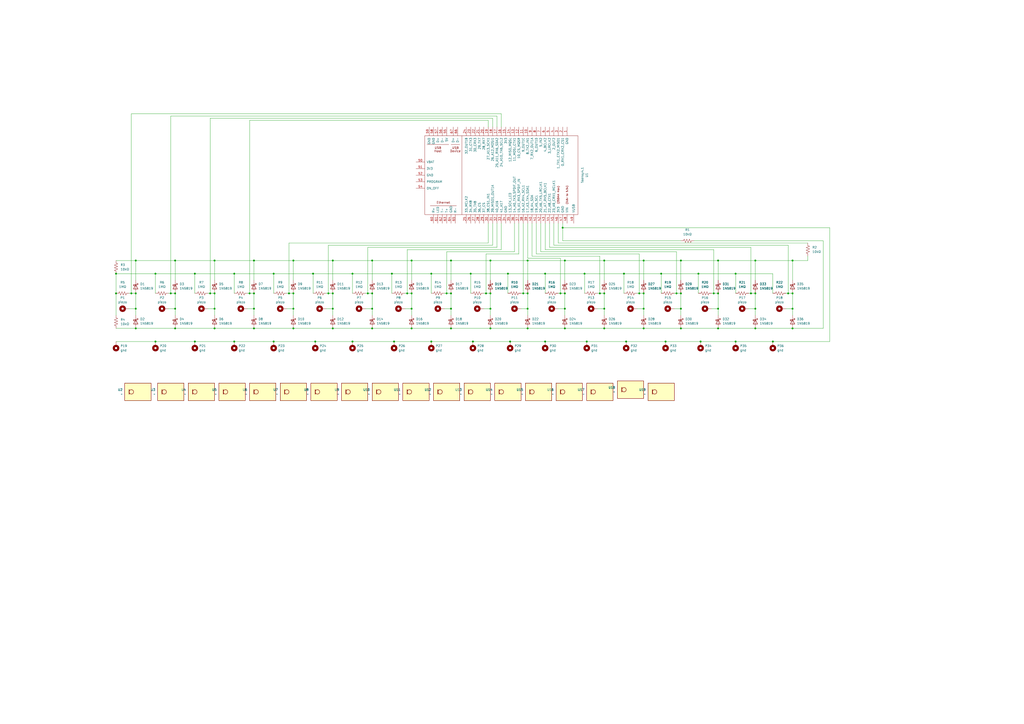
<source format=kicad_sch>
(kicad_sch (version 20231120) (generator "eeschema") (generator_version "8.0")
  (paper "A2")
  (junction (at 158.75 198.12))
  (junction (at 438.15 179.07))
  (junction (at 350.52 190.5))
  (junction (at 306.07 170.18))
  (junction (at 67.31 158.75))
  (junction (at 204.47 198.12))
  (junction (at 327.66 190.5))
  (junction (at 170.18 179.07))
  (junction (at 121.92 170.18))
  (junction (at 350.52 179.07))
  (junction (at 78.74 179.07))
  (junction (at 459.74 190.5))
  (junction (at 236.22 170.18))
  (junction (at 350.52 151.13))
  (junction (at 170.18 170.18))
  (junction (at 435.61 170.18))
  (junction (at 316.23 158.75))
  (junction (at 405.13 158.75))
  (junction (at 78.74 190.5))
  (junction (at 124.46 190.5))
  (junction (at 426.72 198.12))
  (junction (at 316.23 198.12))
  (junction (at 294.64 158.75))
  (junction (at 170.18 190.5))
  (junction (at 414.02 170.18))
  (junction (at 90.17 158.75))
  (junction (at 274.32 198.12))
  (junction (at 416.56 151.13))
  (junction (at 113.03 198.12))
  (junction (at 284.48 170.18))
  (junction (at 347.98 170.18))
  (junction (at 78.74 151.13))
  (junction (at 327.66 151.13))
  (junction (at 426.72 158.75))
  (junction (at 259.08 170.18))
  (junction (at 459.74 151.13))
  (junction (at 325.12 170.18))
  (junction (at 306.07 190.5))
  (junction (at 193.04 151.13))
  (junction (at 459.74 170.18))
  (junction (at 147.32 190.5))
  (junction (at 373.38 179.07))
  (junction (at 238.76 190.5))
  (junction (at 261.62 190.5))
  (junction (at 101.6 170.18))
  (junction (at 361.95 158.75))
  (junction (at 386.08 198.12))
  (junction (at 193.04 190.5))
  (junction (at 339.09 158.75))
  (junction (at 373.38 190.5))
  (junction (at 448.31 198.12))
  (junction (at 238.76 179.07))
  (junction (at 101.6 190.5))
  (junction (at 124.46 179.07))
  (junction (at 261.62 170.18))
  (junction (at 438.15 170.18))
  (junction (at 327.66 179.07))
  (junction (at 373.38 151.13))
  (junction (at 383.54 158.75))
  (junction (at 144.78 170.18))
  (junction (at 147.32 170.18))
  (junction (at 193.04 170.18))
  (junction (at 227.33 158.75))
  (junction (at 167.64 170.18))
  (junction (at 438.15 190.5))
  (junction (at 76.2 170.18))
  (junction (at 193.04 179.07))
  (junction (at 182.88 198.12))
  (junction (at 370.84 170.18))
  (junction (at 340.36 198.12))
  (junction (at 190.5 170.18))
  (junction (at 113.03 158.75))
  (junction (at 350.52 170.18))
  (junction (at 67.31 170.18))
  (junction (at 215.9 179.07))
  (junction (at 261.62 179.07))
  (junction (at 99.06 170.18))
  (junction (at 406.4 198.12))
  (junction (at 204.47 158.75))
  (junction (at 158.75 158.75))
  (junction (at 284.48 151.13))
  (junction (at 228.6 198.12))
  (junction (at 416.56 190.5))
  (junction (at 459.74 179.07))
  (junction (at 416.56 170.18))
  (junction (at 135.89 158.75))
  (junction (at 261.62 151.13))
  (junction (at 147.32 151.13))
  (junction (at 101.6 151.13))
  (junction (at 213.36 170.18))
  (junction (at 394.97 190.5))
  (junction (at 327.66 170.18))
  (junction (at 394.97 170.18))
  (junction (at 438.15 151.13))
  (junction (at 394.97 179.07))
  (junction (at 170.18 151.13))
  (junction (at 181.61 158.75))
  (junction (at 215.9 151.13))
  (junction (at 306.07 151.13))
  (junction (at 238.76 170.18))
  (junction (at 281.94 170.18))
  (junction (at 135.89 198.12))
  (junction (at 124.46 151.13))
  (junction (at 416.56 179.07))
  (junction (at 101.6 179.07))
  (junction (at 273.05 158.75))
  (junction (at 303.53 170.18))
  (junction (at 373.38 170.18))
  (junction (at 250.19 198.12))
  (junction (at 215.9 170.18))
  (junction (at 215.9 190.5))
  (junction (at 457.2 170.18))
  (junction (at 284.48 190.5))
  (junction (at 284.48 179.07))
  (junction (at 124.46 170.18))
  (junction (at 306.07 179.07))
  (junction (at 392.43 170.18))
  (junction (at 78.74 170.18))
  (junction (at 363.22 198.12))
  (junction (at 326.39 132.08))
  (junction (at 295.91 198.12))
  (junction (at 250.19 158.75))
  (junction (at 147.32 179.07))
  (junction (at 394.97 151.13))
  (junction (at 90.17 198.12))
  (junction (at 238.76 151.13))
  (wire (pts (xy 391.16 179.07) (xy 394.97 179.07)))
  (wire (pts (xy 316.23 129.54) (xy 316.23 144.78)))
  (wire (pts (xy 144.78 170.18) (xy 147.32 170.18)))
  (wire (pts (xy 193.04 190.5) (xy 215.9 190.5)))
  (wire (pts (xy 316.23 198.12) (xy 340.36 198.12)))
  (wire (pts (xy 394.97 151.13) (xy 394.97 162.56)))
  (wire (pts (xy 339.09 158.75) (xy 339.09 170.18)))
  (wire (pts (xy 438.15 190.5) (xy 459.74 190.5)))
  (wire (pts (xy 158.75 198.12) (xy 182.88 198.12)))
  (wire (pts (xy 455.93 179.07) (xy 459.74 179.07)))
  (wire (pts (xy 350.52 151.13) (xy 373.38 151.13)))
  (wire (pts (xy 298.45 129.54) (xy 298.45 146.05)))
  (wire (pts (xy 323.85 129.54) (xy 323.85 140.97)))
  (wire (pts (xy 76.2 66.04) (xy 76.2 170.18)))
  (wire (pts (xy 99.06 67.31) (xy 288.29 67.31)))
  (wire (pts (xy 124.46 179.07) (xy 124.46 182.88)))
  (wire (pts (xy 326.39 132.08) (xy 326.39 139.7)))
  (wire (pts (xy 204.47 158.75) (xy 204.47 170.18)))
  (wire (pts (xy 193.04 179.07) (xy 193.04 182.88)))
  (wire (pts (xy 170.18 190.5) (xy 193.04 190.5)))
  (wire (pts (xy 361.95 158.75) (xy 383.54 158.75)))
  (wire (pts (xy 67.31 158.75) (xy 67.31 170.18)))
  (wire (pts (xy 67.31 190.5) (xy 78.74 190.5)))
  (wire (pts (xy 405.13 158.75) (xy 426.72 158.75)))
  (wire (pts (xy 236.22 144.78) (xy 236.22 170.18)))
  (wire (pts (xy 124.46 170.18) (xy 124.46 179.07)))
  (wire (pts (xy 274.32 198.12) (xy 295.91 198.12)))
  (wire (pts (xy 170.18 151.13) (xy 193.04 151.13)))
  (wire (pts (xy 227.33 158.75) (xy 227.33 170.18)))
  (wire (pts (xy 394.97 190.5) (xy 416.56 190.5)))
  (wire (pts (xy 213.36 143.51) (xy 213.36 170.18)))
  (wire (pts (xy 167.64 170.18) (xy 170.18 170.18)))
  (wire (pts (xy 101.6 170.18) (xy 101.6 179.07)))
  (wire (pts (xy 316.23 158.75) (xy 316.23 170.18)))
  (wire (pts (xy 280.67 170.18) (xy 281.94 170.18)))
  (wire (pts (xy 350.52 190.5) (xy 373.38 190.5)))
  (wire (pts (xy 147.32 151.13) (xy 170.18 151.13)))
  (wire (pts (xy 303.53 170.18) (xy 306.07 170.18)))
  (wire (pts (xy 448.31 198.12) (xy 481.33 198.12)))
  (wire (pts (xy 250.19 158.75) (xy 250.19 170.18)))
  (wire (pts (xy 215.9 170.18) (xy 215.9 179.07)))
  (wire (pts (xy 386.08 198.12) (xy 406.4 198.12)))
  (wire (pts (xy 238.76 179.07) (xy 238.76 182.88)))
  (wire (pts (xy 414.02 144.78) (xy 316.23 144.78)))
  (wire (pts (xy 350.52 151.13) (xy 350.52 162.56)))
  (wire (pts (xy 416.56 170.18) (xy 416.56 179.07)))
  (wire (pts (xy 67.31 170.18) (xy 67.31 182.88)))
  (wire (pts (xy 321.31 129.54) (xy 321.31 142.24)))
  (wire (pts (xy 350.52 170.18) (xy 350.52 179.07)))
  (wire (pts (xy 250.19 198.12) (xy 274.32 198.12)))
  (wire (pts (xy 434.34 179.07) (xy 438.15 179.07)))
  (wire (pts (xy 346.71 170.18) (xy 347.98 170.18)))
  (wire (pts (xy 313.69 146.05) (xy 392.43 146.05)))
  (wire (pts (xy 74.93 179.07) (xy 78.74 179.07)))
  (wire (pts (xy 97.79 170.18) (xy 99.06 170.18)))
  (wire (pts (xy 227.33 158.75) (xy 250.19 158.75)))
  (wire (pts (xy 477.52 139.7) (xy 477.52 190.5)))
  (wire (pts (xy 101.6 151.13) (xy 101.6 162.56)))
  (wire (pts (xy 238.76 151.13) (xy 238.76 162.56)))
  (wire (pts (xy 435.61 143.51) (xy 435.61 170.18)))
  (wire (pts (xy 215.9 190.5) (xy 238.76 190.5)))
  (wire (pts (xy 326.39 129.54) (xy 326.39 132.08)))
  (wire (pts (xy 99.06 67.31) (xy 99.06 170.18)))
  (wire (pts (xy 213.36 170.18) (xy 215.9 170.18)))
  (wire (pts (xy 78.74 179.07) (xy 78.74 182.88)))
  (wire (pts (xy 373.38 179.07) (xy 373.38 182.88)))
  (wire (pts (xy 120.65 179.07) (xy 124.46 179.07)))
  (wire (pts (xy 394.97 179.07) (xy 394.97 182.88)))
  (wire (pts (xy 280.67 179.07) (xy 284.48 179.07)))
  (wire (pts (xy 394.97 139.7) (xy 326.39 139.7)))
  (wire (pts (xy 327.66 170.18) (xy 327.66 179.07)))
  (wire (pts (xy 147.32 151.13) (xy 147.32 162.56)))
  (wire (pts (xy 190.5 142.24) (xy 285.75 142.24)))
  (wire (pts (xy 392.43 170.18) (xy 394.97 170.18)))
  (wire (pts (xy 284.48 179.07) (xy 284.48 182.88)))
  (wire (pts (xy 306.07 151.13) (xy 306.07 162.56)))
  (wire (pts (xy 438.15 151.13) (xy 459.74 151.13)))
  (wire (pts (xy 285.75 129.54) (xy 285.75 142.24)))
  (wire (pts (xy 350.52 179.07) (xy 350.52 182.88)))
  (wire (pts (xy 90.17 158.75) (xy 113.03 158.75)))
  (wire (pts (xy 204.47 198.12) (xy 228.6 198.12)))
  (wire (pts (xy 438.15 151.13) (xy 438.15 162.56)))
  (wire (pts (xy 294.64 158.75) (xy 316.23 158.75)))
  (wire (pts (xy 259.08 146.05) (xy 259.08 170.18)))
  (wire (pts (xy 257.81 170.18) (xy 259.08 170.18)))
  (wire (pts (xy 370.84 170.18) (xy 373.38 170.18)))
  (wire (pts (xy 459.74 151.13) (xy 468.63 151.13)))
  (wire (pts (xy 300.99 147.32) (xy 281.94 147.32)))
  (wire (pts (xy 124.46 190.5) (xy 147.32 190.5)))
  (wire (pts (xy 250.19 158.75) (xy 273.05 158.75)))
  (wire (pts (xy 306.07 170.18) (xy 306.07 179.07)))
  (wire (pts (xy 302.26 179.07) (xy 306.07 179.07)))
  (wire (pts (xy 101.6 151.13) (xy 124.46 151.13)))
  (wire (pts (xy 306.07 129.54) (xy 306.07 149.86)))
  (wire (pts (xy 284.48 151.13) (xy 284.48 162.56)))
  (wire (pts (xy 193.04 151.13) (xy 193.04 162.56)))
  (wire (pts (xy 306.07 179.07) (xy 306.07 182.88)))
  (wire (pts (xy 236.22 144.78) (xy 290.83 144.78)))
  (wire (pts (xy 303.53 129.54) (xy 303.53 170.18)))
  (wire (pts (xy 294.64 158.75) (xy 294.64 170.18)))
  (wire (pts (xy 167.64 140.97) (xy 167.64 170.18)))
  (wire (pts (xy 215.9 151.13) (xy 215.9 162.56)))
  (wire (pts (xy 416.56 179.07) (xy 416.56 182.88)))
  (wire (pts (xy 346.71 179.07) (xy 350.52 179.07)))
  (wire (pts (xy 261.62 170.18) (xy 261.62 179.07)))
  (wire (pts (xy 182.88 198.12) (xy 204.47 198.12)))
  (wire (pts (xy 406.4 198.12) (xy 426.72 198.12)))
  (wire (pts (xy 434.34 170.18) (xy 435.61 170.18)))
  (wire (pts (xy 285.75 73.66) (xy 285.75 68.58)))
  (wire (pts (xy 283.21 69.85) (xy 144.78 69.85)))
  (wire (pts (xy 438.15 179.07) (xy 438.15 182.88)))
  (wire (pts (xy 318.77 129.54) (xy 318.77 143.51)))
  (wire (pts (xy 383.54 158.75) (xy 405.13 158.75)))
  (wire (pts (xy 394.97 170.18) (xy 394.97 179.07)))
  (wire (pts (xy 373.38 151.13) (xy 373.38 162.56)))
  (wire (pts (xy 394.97 151.13) (xy 416.56 151.13)))
  (wire (pts (xy 215.9 151.13) (xy 238.76 151.13)))
  (wire (pts (xy 234.95 179.07) (xy 238.76 179.07)))
  (wire (pts (xy 290.83 66.04) (xy 290.83 73.66)))
  (wire (pts (xy 99.06 170.18) (xy 101.6 170.18)))
  (wire (pts (xy 212.09 179.07) (xy 215.9 179.07)))
  (wire (pts (xy 189.23 170.18) (xy 190.5 170.18)))
  (wire (pts (xy 302.26 170.18) (xy 303.53 170.18)))
  (wire (pts (xy 97.79 179.07) (xy 101.6 179.07)))
  (wire (pts (xy 259.08 170.18) (xy 261.62 170.18)))
  (wire (pts (xy 135.89 158.75) (xy 135.89 170.18)))
  (wire (pts (xy 78.74 151.13) (xy 101.6 151.13)))
  (wire (pts (xy 283.21 129.54) (xy 283.21 140.97)))
  (wire (pts (xy 67.31 151.13) (xy 78.74 151.13)))
  (wire (pts (xy 78.74 170.18) (xy 78.74 179.07)))
  (wire (pts (xy 166.37 179.07) (xy 170.18 179.07)))
  (wire (pts (xy 113.03 158.75) (xy 135.89 158.75)))
  (wire (pts (xy 135.89 158.75) (xy 158.75 158.75)))
  (wire (pts (xy 90.17 198.12) (xy 113.03 198.12)))
  (wire (pts (xy 283.21 69.85) (xy 283.21 73.66)))
  (wire (pts (xy 189.23 179.07) (xy 193.04 179.07)))
  (wire (pts (xy 323.85 179.07) (xy 327.66 179.07)))
  (wire (pts (xy 190.5 170.18) (xy 193.04 170.18)))
  (wire (pts (xy 290.83 129.54) (xy 290.83 144.78)))
  (wire (pts (xy 325.12 149.86) (xy 306.07 149.86)))
  (wire (pts (xy 238.76 151.13) (xy 261.62 151.13)))
  (wire (pts (xy 147.32 190.5) (xy 170.18 190.5)))
  (wire (pts (xy 113.03 198.12) (xy 135.89 198.12)))
  (wire (pts (xy 193.04 170.18) (xy 193.04 179.07)))
  (wire (pts (xy 285.75 68.58) (xy 121.92 68.58)))
  (wire (pts (xy 300.99 129.54) (xy 300.99 147.32)))
  (wire (pts (xy 120.65 170.18) (xy 121.92 170.18)))
  (wire (pts (xy 323.85 170.18) (xy 325.12 170.18)))
  (wire (pts (xy 373.38 151.13) (xy 394.97 151.13)))
  (wire (pts (xy 402.59 139.7) (xy 477.52 139.7)))
  (wire (pts (xy 412.75 179.07) (xy 416.56 179.07)))
  (wire (pts (xy 481.33 132.08) (xy 481.33 198.12)))
  (wire (pts (xy 121.92 170.18) (xy 124.46 170.18)))
  (wire (pts (xy 273.05 158.75) (xy 294.64 158.75)))
  (wire (pts (xy 113.03 158.75) (xy 113.03 170.18)))
  (wire (pts (xy 306.07 190.5) (xy 327.66 190.5)))
  (wire (pts (xy 468.63 140.97) (xy 323.85 140.97)))
  (wire (pts (xy 193.04 151.13) (xy 215.9 151.13)))
  (wire (pts (xy 339.09 158.75) (xy 361.95 158.75)))
  (wire (pts (xy 468.63 148.59) (xy 468.63 151.13)))
  (wire (pts (xy 327.66 151.13) (xy 350.52 151.13)))
  (wire (pts (xy 74.93 170.18) (xy 76.2 170.18)))
  (wire (pts (xy 121.92 68.58) (xy 121.92 170.18)))
  (wire (pts (xy 234.95 170.18) (xy 236.22 170.18)))
  (wire (pts (xy 90.17 158.75) (xy 90.17 170.18)))
  (wire (pts (xy 370.84 147.32) (xy 370.84 170.18)))
  (wire (pts (xy 261.62 190.5) (xy 284.48 190.5)))
  (wire (pts (xy 306.07 151.13) (xy 327.66 151.13)))
  (wire (pts (xy 143.51 179.07) (xy 147.32 179.07)))
  (wire (pts (xy 347.98 148.59) (xy 308.61 148.59)))
  (wire (pts (xy 67.31 198.12) (xy 90.17 198.12)))
  (wire (pts (xy 170.18 170.18) (xy 170.18 179.07)))
  (wire (pts (xy 361.95 158.75) (xy 361.95 170.18)))
  (wire (pts (xy 459.74 151.13) (xy 459.74 162.56)))
  (wire (pts (xy 284.48 190.5) (xy 306.07 190.5)))
  (wire (pts (xy 438.15 170.18) (xy 438.15 179.07)))
  (wire (pts (xy 281.94 170.18) (xy 284.48 170.18)))
  (wire (pts (xy 261.62 151.13) (xy 261.62 162.56)))
  (wire (pts (xy 416.56 190.5) (xy 438.15 190.5)))
  (wire (pts (xy 204.47 158.75) (xy 227.33 158.75)))
  (wire (pts (xy 170.18 179.07) (xy 170.18 182.88)))
  (wire (pts (xy 236.22 170.18) (xy 238.76 170.18)))
  (wire (pts (xy 426.72 158.75) (xy 448.31 158.75)))
  (wire (pts (xy 167.64 140.97) (xy 283.21 140.97)))
  (wire (pts (xy 392.43 146.05) (xy 392.43 170.18)))
  (wire (pts (xy 325.12 149.86) (xy 325.12 170.18)))
  (wire (pts (xy 313.69 129.54) (xy 313.69 146.05)))
  (wire (pts (xy 373.38 190.5) (xy 394.97 190.5)))
  (wire (pts (xy 311.15 129.54) (xy 311.15 147.32)))
  (wire (pts (xy 457.2 142.24) (xy 321.31 142.24)))
  (wire (pts (xy 459.74 190.5) (xy 477.52 190.5)))
  (wire (pts (xy 298.45 146.05) (xy 259.08 146.05)))
  (wire (pts (xy 326.39 132.08) (xy 481.33 132.08)))
  (wire (pts (xy 316.23 158.75) (xy 339.09 158.75)))
  (wire (pts (xy 414.02 170.18) (xy 416.56 170.18)))
  (wire (pts (xy 383.54 158.75) (xy 383.54 170.18)))
  (wire (pts (xy 284.48 151.13) (xy 306.07 151.13)))
  (wire (pts (xy 228.6 198.12) (xy 250.19 198.12)))
  (wire (pts (xy 284.48 170.18) (xy 284.48 179.07)))
  (wire (pts (xy 426.72 198.12) (xy 448.31 198.12)))
  (wire (pts (xy 147.32 170.18) (xy 147.32 179.07)))
  (wire (pts (xy 76.2 170.18) (xy 78.74 170.18)))
  (wire (pts (xy 457.2 142.24) (xy 457.2 170.18)))
  (wire (pts (xy 363.22 198.12) (xy 386.08 198.12)))
  (wire (pts (xy 181.61 158.75) (xy 204.47 158.75)))
  (wire (pts (xy 190.5 142.24) (xy 190.5 170.18)))
  (wire (pts (xy 238.76 170.18) (xy 238.76 179.07)))
  (wire (pts (xy 435.61 143.51) (xy 318.77 143.51)))
  (wire (pts (xy 170.18 151.13) (xy 170.18 162.56)))
  (wire (pts (xy 391.16 170.18) (xy 392.43 170.18)))
  (wire (pts (xy 144.78 69.85) (xy 144.78 170.18)))
  (wire (pts (xy 78.74 151.13) (xy 78.74 162.56)))
  (wire (pts (xy 290.83 66.04) (xy 76.2 66.04)))
  (wire (pts (xy 412.75 170.18) (xy 414.02 170.18)))
  (wire (pts (xy 340.36 198.12) (xy 363.22 198.12)))
  (wire (pts (xy 101.6 190.5) (xy 124.46 190.5)))
  (wire (pts (xy 327.66 151.13) (xy 327.66 162.56)))
  (wire (pts (xy 257.81 179.07) (xy 261.62 179.07)))
  (wire (pts (xy 213.36 143.51) (xy 288.29 143.51)))
  (wire (pts (xy 369.57 170.18) (xy 370.84 170.18)))
  (wire (pts (xy 273.05 158.75) (xy 273.05 170.18)))
  (wire (pts (xy 455.93 170.18) (xy 457.2 170.18)))
  (wire (pts (xy 457.2 170.18) (xy 459.74 170.18)))
  (wire (pts (xy 288.29 67.31) (xy 288.29 73.66)))
  (wire (pts (xy 261.62 179.07) (xy 261.62 182.88)))
  (wire (pts (xy 261.62 151.13) (xy 284.48 151.13)))
  (wire (pts (xy 459.74 170.18) (xy 459.74 179.07)))
  (wire (pts (xy 78.74 190.5) (xy 101.6 190.5)))
  (wire (pts (xy 158.75 158.75) (xy 181.61 158.75)))
  (wire (pts (xy 158.75 158.75) (xy 158.75 170.18)))
  (wire (pts (xy 215.9 179.07) (xy 215.9 182.88)))
  (wire (pts (xy 347.98 148.59) (xy 347.98 170.18)))
  (wire (pts (xy 101.6 179.07) (xy 101.6 182.88)))
  (wire (pts (xy 311.15 147.32) (xy 370.84 147.32)))
  (wire (pts (xy 288.29 129.54) (xy 288.29 143.51)))
  (wire (pts (xy 459.74 179.07) (xy 459.74 182.88)))
  (wire (pts (xy 166.37 170.18) (xy 167.64 170.18)))
  (wire (pts (xy 143.51 170.18) (xy 144.78 170.18)))
  (wire (pts (xy 435.61 170.18) (xy 438.15 170.18)))
  (wire (pts (xy 327.66 190.5) (xy 350.52 190.5)))
  (wire (pts (xy 347.98 170.18) (xy 350.52 170.18)))
  (wire (pts (xy 416.56 151.13) (xy 438.15 151.13)))
  (wire (pts (xy 426.72 158.75) (xy 426.72 170.18)))
  (wire (pts (xy 124.46 151.13) (xy 124.46 162.56)))
  (wire (pts (xy 448.31 158.75) (xy 448.31 170.18)))
  (wire (pts (xy 67.31 158.75) (xy 90.17 158.75)))
  (wire (pts (xy 369.57 179.07) (xy 373.38 179.07)))
  (wire (pts (xy 325.12 170.18) (xy 327.66 170.18)))
  (wire (pts (xy 416.56 151.13) (xy 416.56 162.56)))
  (wire (pts (xy 147.32 179.07) (xy 147.32 182.88)))
  (wire (pts (xy 295.91 198.12) (xy 316.23 198.12)))
  (wire (pts (xy 212.09 170.18) (xy 213.36 170.18)))
  (wire (pts (xy 414.02 144.78) (xy 414.02 170.18)))
  (wire (pts (xy 405.13 158.75) (xy 405.13 170.18)))
  (wire (pts (xy 135.89 198.12) (xy 158.75 198.12)))
  (wire (pts (xy 124.46 151.13) (xy 147.32 151.13)))
  (wire (pts (xy 327.66 179.07) (xy 327.66 182.88)))
  (wire (pts (xy 308.61 148.59) (xy 308.61 129.54)))
  (wire (pts (xy 373.38 170.18) (xy 373.38 179.07)))
  (wire (pts (xy 238.76 190.5) (xy 261.62 190.5)))
  (wire (pts (xy 281.94 147.32) (xy 281.94 170.18)))
  (wire (pts (xy 181.61 158.75) (xy 181.61 170.18)))
  (symbol (lib_id "Device:R_US") (at 231.14 170.18 270) (unit 1)
    (property "Reference" "R13" (at 231.14 163.83 90))
    (property "Value" "1MΩ" (at 231.14 166.37 90))
    (property "Footprint" "Resistor_THT:R_Axial_DIN0207_L6.3mm_D2.5mm_P7.62mm_Horizontal" (effects (hide yes)))
    (property "Description" "Resistor, US symbol" (effects (hide yes)))
  )
  (symbol (lib_id "Diode:1N5819") (at 101.6 166.37 270) (unit 1)
    (property "Reference" "D3" (at 104.14 164.7824 90) (effects (justify left)))
    (property "Value" "1N5819" (at 104.14 167.3224 90) (effects (justify left)))
    (property "Footprint" "Diode_THT:D_DO-41_SOD81_P10.16mm_Horizontal" (effects (hide yes)))
    (property "Datasheet" "http://www.vishay.com/docs/88525/1n5817.pdf" (effects (hide yes)))
    (property "Description" "40V 1A Schottky Barrier Rectifier Diode, DO-41" (effects (hide yes)))
  )
  (symbol (lib_id "Diode:1N5819") (at 215.9 186.69 270) (unit 1)
    (property "Reference" "D14" (at 218.44 185.1024 90) (effects (justify left)))
    (property "Value" "1N5819" (at 218.44 187.6424 90) (effects (justify left)))
    (property "Footprint" "Diode_THT:D_DO-41_SOD81_P10.16mm_Horizontal" (effects (hide yes)))
    (property "Datasheet" "http://www.vishay.com/docs/88525/1n5817.pdf" (effects (hide yes)))
    (property "Description" "40V 1A Schottky Barrier Rectifier Diode, DO-41" (effects (hide yes)))
  )
  (symbol (lib_id "Diode:1N5819") (at 78.74 166.37 270) (unit 1)
    (property "Reference" "D1" (at 81.28 164.7824 90) (effects (justify left)))
    (property "Value" "1N5819" (at 81.28 167.3224 90) (effects (justify left)))
    (property "Footprint" "Diode_THT:D_DO-41_SOD81_P10.16mm_Horizontal" (effects (hide yes)))
    (property "Datasheet" "http://www.vishay.com/docs/88525/1n5817.pdf" (effects (hide yes)))
    (property "Description" "40V 1A Schottky Barrier Rectifier Diode, DO-41" (effects (hide yes)))
  )
  (symbol (lib_id "Diode:1N5819") (at 215.9 166.37 270) (unit 1)
    (property "Reference" "D13" (at 218.44 164.7824 90) (effects (justify left)))
    (property "Value" "1N5819" (at 218.44 167.3224 90) (effects (justify left)))
    (property "Footprint" "Diode_THT:D_DO-41_SOD81_P10.16mm_Horizontal" (effects (hide yes)))
    (property "Datasheet" "http://www.vishay.com/docs/88525/1n5817.pdf" (effects (hide yes)))
    (property "Description" "40V 1A Schottky Barrier Rectifier Diode, DO-41" (effects (hide yes)))
  )
  (symbol (lib_id "Diode:1N5819") (at 459.74 186.69 270) (unit 1)
    (property "Reference" "D36" (at 462.28 185.1024 90) (effects (justify left)))
    (property "Value" "1N5819" (at 462.28 187.6424 90) (effects (justify left)))
    (property "Footprint" "Diode_THT:D_DO-41_SOD81_P10.16mm_Horizontal" (effects (hide yes)))
    (property "Datasheet" "http://www.vishay.com/docs/88525/1n5817.pdf" (effects (hide yes)))
    (property "Description" "40V 1A Schottky Barrier Rectifier Diode, DO-41" (effects (hide yes)))
  )
  (symbol (lib_id "Diode:1N5819") (at 170.18 186.69 270) (unit 1)
    (property "Reference" "D10" (at 172.72 185.1024 90) (effects (justify left)))
    (property "Value" "1N5819" (at 172.72 187.6424 90) (effects (justify left)))
    (property "Footprint" "Diode_THT:D_DO-41_SOD81_P10.16mm_Horizontal" (effects (hide yes)))
    (property "Datasheet" "http://www.vishay.com/docs/88525/1n5817.pdf" (effects (hide yes)))
    (property "Description" "40V 1A Schottky Barrier Rectifier Diode, DO-41" (effects (hide yes)))
  )
  (symbol (lib_id "Sensor_Audio:IM73A135V01") (at 330.2 227.33 0) (unit 1)
    (property "Reference" "U16" (at 321.31 226.0599 0) (effects (justify right)))
    (property "Value" "~" (at 321.31 228.5999 0) (effects (justify right)))
    (property "Footprint" "Sensor_Audio:Knowles_LGA-6_4.72x3.76mm" (effects (hide yes)))
  )
  (symbol (lib_id "Diode:1N5819") (at 416.56 166.37 270) (unit 1)
    (property "Reference" "D31" (at 419.1 164.7824 90) (effects (justify left)))
    (property "Value" "1N5819" (at 419.1 167.3224 90) (effects (justify left)))
    (property "Footprint" "Diode_THT:D_DO-41_SOD81_P10.16mm_Horizontal" (effects (hide yes)))
    (property "Datasheet" "http://www.vishay.com/docs/88525/1n5817.pdf" (effects (hide yes)))
    (property "Description" "40V 1A Schottky Barrier Rectifier Diode, DO-41" (effects (hide yes)))
  )
  (symbol (lib_id "Mechanical:MountingHole_Pad") (at 118.11 179.07 90) (unit 1) (exclude_from_sim yes) (in_bom no)
    (property "Reference" "P3" (at 116.84 172.72 90))
    (property "Value" "piezo" (at 116.84 175.26 90))
    (property "Footprint" "MountingHole:MountingHole_0.5mm_M2_DIN965_Pad" (effects (hide yes)))
    (property "Description" "Mounting Hole with connection" (effects (hide yes)))
  )
  (symbol (lib_id "Mechanical:MountingHole_Pad") (at 274.32 200.66 180) (unit 1) (exclude_from_sim yes) (in_bom no)
    (property "Reference" "P28" (at 276.86 200.6599 0) (effects (justify right)))
    (property "Value" "gnd" (at 276.86 203.1999 0) (effects (justify right)))
    (property "Footprint" "MountingHole:MountingHole_0.5mm_M2_DIN965_Pad" (effects (hide yes)))
    (property "Description" "Mounting Hole with connection" (effects (hide yes)))
  )
  (symbol (lib_id "Diode:1N5819") (at 124.46 186.69 270) (unit 1)
    (property "Reference" "D6" (at 127 185.1024 90) (effects (justify left)))
    (property "Value" "1N5819" (at 127 187.6424 90) (effects (justify left)))
    (property "Footprint" "Diode_THT:D_DO-41_SOD81_P10.16mm_Horizontal" (effects (hide yes)))
    (property "Datasheet" "http://www.vishay.com/docs/88525/1n5817.pdf" (effects (hide yes)))
    (property "Description" "40V 1A Schottky Barrier Rectifier Diode, DO-41" (effects (hide yes)))
  )
  (symbol (lib_id "Device:R_US") (at 67.31 154.94 0) (unit 1)
    (property "Reference" "R3" (at 69.85 153.6699 0) (effects (justify left)))
    (property "Value" "10kΩ" (at 69.85 156.2099 0) (effects (justify left)))
    (property "Footprint" "Resistor_THT:R_Axial_DIN0207_L6.3mm_D2.5mm_P7.62mm_Horizontal" (effects (hide yes)))
    (property "Description" "Resistor, US symbol" (effects (hide yes)))
  )
  (symbol (lib_id "Mechanical:MountingHole_Pad") (at 344.17 179.07 90) (unit 1) (exclude_from_sim yes) (in_bom no)
    (property "Reference" "P13" (at 342.9 172.72 90))
    (property "Value" "piezo" (at 342.9 175.26 90))
    (property "Footprint" "MountingHole:MountingHole_0.5mm_M2_DIN965_Pad" (effects (hide yes)))
    (property "Description" "Mounting Hole with connection" (effects (hide yes)))
  )
  (symbol (lib_id "Mechanical:MountingHole_Pad") (at 209.55 179.07 90) (unit 1) (exclude_from_sim yes) (in_bom no)
    (property "Reference" "P7" (at 208.28 172.72 90))
    (property "Value" "piezo" (at 208.28 175.26 90))
    (property "Footprint" "MountingHole:MountingHole_0.5mm_M2_DIN965_Pad" (effects (hide yes)))
    (property "Description" "Mounting Hole with connection" (effects (hide yes)))
  )
  (symbol (lib_id "Device:R_US") (at 387.35 170.18 270) (unit 1)
    (property "Reference" "R19" (at 387.35 163.83 90))
    (property "Value" "1MΩ" (at 387.35 166.37 90))
    (property "Footprint" "Resistor_THT:R_Axial_DIN0207_L6.3mm_D2.5mm_P7.62mm_Horizontal" (effects (hide yes)))
    (property "Description" "Resistor, US symbol" (effects (hide yes)))
  )
  (symbol (lib_id "Diode:1N5819") (at 124.46 166.37 270) (unit 1)
    (property "Reference" "D5" (at 127 164.7824 90) (effects (justify left)))
    (property "Value" "1N5819" (at 127 167.3224 90) (effects (justify left)))
    (property "Footprint" "Diode_THT:D_DO-41_SOD81_P10.16mm_Horizontal" (effects (hide yes)))
    (property "Datasheet" "http://www.vishay.com/docs/88525/1n5817.pdf" (effects (hide yes)))
    (property "Description" "40V 1A Schottky Barrier Rectifier Diode, DO-41" (effects (hide yes)))
  )
  (symbol (lib_id "Mechanical:MountingHole_Pad") (at 204.47 200.66 180) (unit 1) (exclude_from_sim yes) (in_bom no)
    (property "Reference" "P25" (at 207.01 200.6599 0) (effects (justify right)))
    (property "Value" "gnd" (at 207.01 203.1999 0) (effects (justify right)))
    (property "Footprint" "MountingHole:MountingHole_0.5mm_M2_DIN965_Pad" (effects (hide yes)))
    (property "Description" "Mounting Hole with connection" (effects (hide yes)))
  )
  (symbol (lib_id "Mechanical:MountingHole_Pad") (at 426.72 200.66 180) (unit 1) (exclude_from_sim yes) (in_bom no)
    (property "Reference" "P35" (at 429.26 200.6599 0) (effects (justify right)))
    (property "Value" "gnd" (at 429.26 203.1999 0) (effects (justify right)))
    (property "Footprint" "MountingHole:MountingHole_0.5mm_M2_DIN965_Pad" (effects (hide yes)))
    (property "Description" "Mounting Hole with connection" (effects (hide yes)))
  )
  (symbol (lib_id "Mechanical:MountingHole_Pad") (at 386.08 200.66 180) (unit 1) (exclude_from_sim yes) (in_bom no)
    (property "Reference" "P33" (at 388.62 200.6599 0) (effects (justify right)))
    (property "Value" "gnd" (at 388.62 203.1999 0) (effects (justify right)))
    (property "Footprint" "MountingHole:MountingHole_0.5mm_M2_DIN965_Pad" (effects (hide yes)))
    (property "Description" "Mounting Hole with connection" (effects (hide yes)))
  )
  (symbol (lib_id "Device:R_US") (at 342.9 170.18 270) (unit 1)
    (property "Reference" "R17" (at 342.9 163.83 90))
    (property "Value" "1MΩ" (at 342.9 166.37 90))
    (property "Footprint" "Resistor_THT:R_Axial_DIN0207_L6.3mm_D2.5mm_P7.62mm_Horizontal" (effects (hide yes)))
    (property "Description" "Resistor, US symbol" (effects (hide yes)))
  )
  (symbol (lib_id "Diode:1N5819") (at 306.07 186.69 270) (unit 1)
    (property "Reference" "D22" (at 308.61 185.1024 90) (effects (justify left)))
    (property "Value" "1N5819" (at 308.61 187.6424 90) (effects (justify left)))
    (property "Footprint" "Diode_THT:D_DO-41_SOD81_P10.16mm_Horizontal" (effects (hide yes)))
    (property "Datasheet" "http://www.vishay.com/docs/88525/1n5817.pdf" (effects (hide yes)))
    (property "Description" "40V 1A Schottky Barrier Rectifier Diode, DO-41" (effects (hide yes)))
  )
  (symbol (lib_id "Mechanical:MountingHole_Pad") (at 228.6 200.66 180) (unit 1) (exclude_from_sim yes) (in_bom no)
    (property "Reference" "P26" (at 231.14 200.6599 0) (effects (justify right)))
    (property "Value" "gnd" (at 231.14 203.1999 0) (effects (justify right)))
    (property "Footprint" "MountingHole:MountingHole_0.5mm_M2_DIN965_Pad" (effects (hide yes)))
    (property "Description" "Mounting Hole with connection" (effects (hide yes)))
  )
  (symbol (lib_id "Mechanical:MountingHole_Pad") (at 95.25 179.07 90) (unit 1) (exclude_from_sim yes) (in_bom no)
    (property "Reference" "P2" (at 93.98 172.72 90))
    (property "Value" "piezo" (at 93.98 175.26 90))
    (property "Footprint" "MountingHole:MountingHole_0.5mm_M2_DIN965_Pad" (effects (hide yes)))
    (property "Description" "Mounting Hole with connection" (effects (hide yes)))
  )
  (symbol (lib_id "Device:R_US") (at 468.63 144.78 0) (unit 1)
    (property "Reference" "R2" (at 471.17 143.5099 0) (effects (justify left)))
    (property "Value" "10kΩ" (at 471.17 146.0499 0) (effects (justify left)))
    (property "Footprint" "Resistor_THT:R_Axial_DIN0207_L6.3mm_D2.5mm_P7.62mm_Horizontal" (effects (hide yes)))
    (property "Description" "Resistor, US symbol" (effects (hide yes)))
  )
  (symbol (lib_id "Device:R_US") (at 298.45 170.18 270) (unit 1)
    (property "Reference" "R10" (at 298.45 163.83 90))
    (property "Value" "1MΩ" (at 298.45 166.37 90))
    (property "Footprint" "Resistor_THT:R_Axial_DIN0207_L6.3mm_D2.5mm_P7.62mm_Horizontal" (effects (hide yes)))
    (property "Description" "Resistor, US symbol" (effects (hide yes)))
  )
  (symbol (lib_id "Device:R_US") (at 93.98 170.18 270) (unit 1)
    (property "Reference" "R6" (at 93.98 163.83 90))
    (property "Value" "1MΩ" (at 93.98 166.37 90))
    (property "Footprint" "Resistor_THT:R_Axial_DIN0207_L6.3mm_D2.5mm_P7.62mm_Horizontal" (effects (hide yes)))
    (property "Description" "Resistor, US symbol" (effects (hide yes)))
  )
  (symbol (lib_id "Mechanical:MountingHole_Pad") (at 388.62 179.07 90) (unit 1) (exclude_from_sim yes) (in_bom no)
    (property "Reference" "P15" (at 387.35 172.72 90))
    (property "Value" "piezo" (at 387.35 175.26 90))
    (property "Footprint" "MountingHole:MountingHole_0.5mm_M2_DIN965_Pad" (effects (hide yes)))
    (property "Description" "Mounting Hole with connection" (effects (hide yes)))
  )
  (symbol (lib_id "Diode:1N5819") (at 438.15 166.37 270) (unit 1)
    (property "Reference" "D33" (at 440.69 164.7824 90) (effects (justify left)))
    (property "Value" "1N5819" (at 440.69 167.3224 90) (effects (justify left)))
    (property "Footprint" "Diode_THT:D_DO-41_SOD81_P10.16mm_Horizontal" (effects (hide yes)))
    (property "Datasheet" "http://www.vishay.com/docs/88525/1n5817.pdf" (effects (hide yes)))
    (property "Description" "40V 1A Schottky Barrier Rectifier Diode, DO-41" (effects (hide yes)))
  )
  (symbol (lib_id "Diode:1N5819") (at 78.74 186.69 270) (unit 1)
    (property "Reference" "D2" (at 81.28 185.1024 90) (effects (justify left)))
    (property "Value" "1N5819" (at 81.28 187.6424 90) (effects (justify left)))
    (property "Footprint" "Diode_THT:D_DO-41_SOD81_P10.16mm_Horizontal" (effects (hide yes)))
    (property "Datasheet" "http://www.vishay.com/docs/88525/1n5817.pdf" (effects (hide yes)))
    (property "Description" "40V 1A Schottky Barrier Rectifier Diode, DO-41" (effects (hide yes)))
  )
  (symbol (lib_id "Sensor_Audio:IM73A135V01") (at 116.84 227.33 0) (unit 1)
    (property "Reference" "U4" (at 107.95 226.0599 0) (effects (justify right)))
    (property "Value" "~" (at 107.95 228.5999 0) (effects (justify right)))
    (property "Footprint" "Sensor_Audio:Knowles_LGA-6_4.72x3.76mm" (effects (hide yes)))
  )
  (symbol (lib_id "Diode:1N5819") (at 350.52 186.69 270) (unit 1)
    (property "Reference" "D26" (at 353.06 185.1024 90) (effects (justify left)))
    (property "Value" "1N5819" (at 353.06 187.6424 90) (effects (justify left)))
    (property "Footprint" "Diode_THT:D_DO-41_SOD81_P10.16mm_Horizontal" (effects (hide yes)))
    (property "Datasheet" "http://www.vishay.com/docs/88525/1n5817.pdf" (effects (hide yes)))
    (property "Description" "40V 1A Schottky Barrier Rectifier Diode, DO-41" (effects (hide yes)))
  )
  (symbol (lib_id "Diode:1N5819") (at 350.52 166.37 270) (unit 1)
    (property "Reference" "D25" (at 353.06 164.7824 90) (effects (justify left)))
    (property "Value" "1N5819" (at 353.06 167.3224 90) (effects (justify left)))
    (property "Footprint" "Diode_THT:D_DO-41_SOD81_P10.16mm_Horizontal" (effects (hide yes)))
    (property "Datasheet" "http://www.vishay.com/docs/88525/1n5817.pdf" (effects (hide yes)))
    (property "Description" "40V 1A Schottky Barrier Rectifier Diode, DO-41" (effects (hide yes)))
  )
  (symbol (lib_id "Sensor_Audio:IM73A135V01") (at 152.4 227.33 0) (unit 1)
    (property "Reference" "U6" (at 143.51 226.0599 0) (effects (justify right)))
    (property "Value" "~" (at 143.51 228.5999 0) (effects (justify right)))
    (property "Footprint" "Sensor_Audio:Knowles_LGA-6_4.72x3.76mm" (effects (hide yes)))
  )
  (symbol (lib_id "Sensor_Audio:IM73A135V01") (at 312.42 227.33 0) (unit 1)
    (property "Reference" "U15" (at 303.53 226.0599 0) (effects (justify right)))
    (property "Value" "~" (at 303.53 228.5999 0) (effects (justify right)))
    (property "Footprint" "Sensor_Audio:Knowles_LGA-6_4.72x3.76mm" (effects (hide yes)))
  )
  (symbol (lib_id "Mechanical:MountingHole_Pad") (at 113.03 200.66 180) (unit 1) (exclude_from_sim yes) (in_bom no)
    (property "Reference" "P21" (at 115.57 200.6599 0) (effects (justify right)))
    (property "Value" "gnd" (at 115.57 203.1999 0) (effects (justify right)))
    (property "Footprint" "MountingHole:MountingHole_0.5mm_M2_DIN965_Pad" (effects (hide yes)))
    (property "Description" "Mounting Hole with connection" (effects (hide yes)))
  )
  (symbol (lib_id "Device:R_US") (at 116.84 170.18 270) (unit 1)
    (property "Reference" "R7" (at 116.84 163.83 90))
    (property "Value" "1MΩ" (at 116.84 166.37 90))
    (property "Footprint" "Resistor_THT:R_Axial_DIN0207_L6.3mm_D2.5mm_P7.62mm_Horizontal" (effects (hide yes)))
    (property "Description" "Resistor, US symbol" (effects (hide yes)))
  )
  (symbol (lib_id "Mechanical:MountingHole_Pad") (at 72.39 179.07 90) (unit 1) (exclude_from_sim yes) (in_bom no)
    (property "Reference" "P1" (at 71.12 172.72 90))
    (property "Value" "piezo" (at 71.12 175.26 90))
    (property "Footprint" "MountingHole:MountingHole_0.5mm_M2_DIN965_Pad" (effects (hide yes)))
    (property "Description" "Mounting Hole with connection" (effects (hide yes)))
  )
  (symbol (lib_id "Diode:1N5819") (at 261.62 186.69 270) (unit 1)
    (property "Reference" "D18" (at 264.16 185.1024 90) (effects (justify left)))
    (property "Value" "1N5819" (at 264.16 187.6424 90) (effects (justify left)))
    (property "Footprint" "Diode_THT:D_DO-41_SOD81_P10.16mm_Horizontal" (effects (hide yes)))
    (property "Datasheet" "http://www.vishay.com/docs/88525/1n5817.pdf" (effects (hide yes)))
    (property "Description" "40V 1A Schottky Barrier Rectifier Diode, DO-41" (effects (hide yes)))
  )
  (symbol (lib_id "Mechanical:MountingHole_Pad") (at 140.97 179.07 90) (unit 1) (exclude_from_sim yes) (in_bom no)
    (property "Reference" "P4" (at 139.7 172.72 90))
    (property "Value" "piezo" (at 139.7 175.26 90))
    (property "Footprint" "MountingHole:MountingHole_0.5mm_M2_DIN965_Pad" (effects (hide yes)))
    (property "Description" "Mounting Hole with connection" (effects (hide yes)))
  )
  (symbol (lib_id "Mechanical:MountingHole_Pad") (at 406.4 200.66 180) (unit 1) (exclude_from_sim yes) (in_bom no)
    (property "Reference" "P34" (at 408.94 200.6599 0) (effects (justify right)))
    (property "Value" "gnd" (at 408.94 203.1999 0) (effects (justify right)))
    (property "Footprint" "MountingHole:MountingHole_0.5mm_M2_DIN965_Pad" (effects (hide yes)))
    (property "Description" "Mounting Hole with connection" (effects (hide yes)))
  )
  (symbol (lib_id "Mechanical:MountingHole_Pad") (at 448.31 200.66 180) (unit 1) (exclude_from_sim yes) (in_bom no)
    (property "Reference" "P36" (at 450.85 200.6599 0) (effects (justify right)))
    (property "Value" "gnd" (at 450.85 203.1999 0) (effects (justify right)))
    (property "Footprint" "MountingHole:MountingHole_0.5mm_M2_DIN965_Pad" (effects (hide yes)))
    (property "Description" "Mounting Hole with connection" (effects (hide yes)))
  )
  (symbol (lib_id "Mechanical:MountingHole_Pad") (at 363.22 200.66 180) (unit 1) (exclude_from_sim yes) (in_bom no)
    (property "Reference" "P32" (at 365.76 200.6599 0) (effects (justify right)))
    (property "Value" "gnd" (at 365.76 203.1999 0) (effects (justify right)))
    (property "Footprint" "MountingHole:MountingHole_0.5mm_M2_DIN965_Pad" (effects (hide yes)))
    (property "Description" "Mounting Hole with connection" (effects (hide yes)))
  )
  (symbol (lib_id "Mechanical:MountingHole_Pad") (at 453.39 179.07 90) (unit 1) (exclude_from_sim yes) (in_bom no)
    (property "Reference" "P18" (at 452.12 172.72 90))
    (property "Value" "piezo" (at 452.12 175.26 90))
    (property "Footprint" "MountingHole:MountingHole_0.5mm_M2_DIN965_Pad" (effects (hide yes)))
    (property "Description" "Mounting Hole with connection" (effects (hide yes)))
  )
  (symbol (lib_id "Device:R_US") (at 452.12 170.18 270) (unit 1)
    (property "Reference" "R22" (at 452.12 163.83 90))
    (property "Value" "1MΩ" (at 452.12 166.37 90))
    (property "Footprint" "Resistor_THT:R_Axial_DIN0207_L6.3mm_D2.5mm_P7.62mm_Horizontal" (effects (hide yes)))
    (property "Description" "Resistor, US symbol" (effects (hide yes)))
  )
  (symbol (lib_id "Mechanical:MountingHole_Pad") (at 232.41 179.07 90) (unit 1) (exclude_from_sim yes) (in_bom no)
    (property "Reference" "P8" (at 231.14 172.72 90))
    (property "Value" "piezo" (at 231.14 175.26 90))
    (property "Footprint" "MountingHole:MountingHole_0.5mm_M2_DIN965_Pad" (effects (hide yes)))
    (property "Description" "Mounting Hole with connection" (effects (hide yes)))
  )
  (symbol (lib_id "Device:R_US") (at 162.56 170.18 270) (unit 1)
    (property "Reference" "R9" (at 162.56 163.83 90))
    (property "Value" "1MΩ" (at 162.56 166.37 90))
    (property "Footprint" "Resistor_THT:R_Axial_DIN0207_L6.3mm_D2.5mm_P7.62mm_Horizontal" (effects (hide yes)))
    (property "Description" "Resistor, US symbol" (effects (hide yes)))
  )
  (symbol (lib_id "Mechanical:MountingHole_Pad") (at 250.19 200.66 180) (unit 1) (exclude_from_sim yes) (in_bom no)
    (property "Reference" "P27" (at 252.73 200.6599 0) (effects (justify right)))
    (property "Value" "gnd" (at 252.73 203.1999 0) (effects (justify right)))
    (property "Footprint" "MountingHole:MountingHole_0.5mm_M2_DIN965_Pad" (effects (hide yes)))
    (property "Description" "Mounting Hole with connection" (effects (hide yes)))
  )
  (symbol (lib_id "Mechanical:MountingHole_Pad") (at 67.31 200.66 180) (unit 1) (exclude_from_sim yes) (in_bom no)
    (property "Reference" "P19" (at 69.85 200.6599 0) (effects (justify right)))
    (property "Value" "gnd" (at 69.85 203.1999 0) (effects (justify right)))
    (property "Footprint" "MountingHole:MountingHole_0.5mm_M2_DIN965_Pad" (effects (hide yes)))
    (property "Description" "Mounting Hole with connection" (effects (hide yes)))
  )
  (symbol (lib_id "Sensor_Audio:IM73A135V01") (at 365.76 226.06 0) (unit 1)
    (property "Reference" "U18" (at 356.87 224.7899 0) (effects (justify right)))
    (property "Value" "~" (at 356.87 227.3299 0) (effects (justify right)))
    (property "Footprint" "Sensor_Audio:Knowles_LGA-6_4.72x3.76mm" (effects (hide yes)))
  )
  (symbol (lib_id "Diode:1N5819") (at 147.32 186.69 270) (unit 1)
    (property "Reference" "D8" (at 149.86 185.1024 90) (effects (justify left)))
    (property "Value" "1N5819" (at 149.86 187.6424 90) (effects (justify left)))
    (property "Footprint" "Diode_THT:D_DO-41_SOD81_P10.16mm_Horizontal" (effects (hide yes)))
    (property "Datasheet" "http://www.vishay.com/docs/88525/1n5817.pdf" (effects (hide yes)))
    (property "Description" "40V 1A Schottky Barrier Rectifier Diode, DO-41" (effects (hide yes)))
  )
  (symbol (lib_id "Mechanical:MountingHole_Pad") (at 367.03 179.07 90) (unit 1) (exclude_from_sim yes) (in_bom no)
    (property "Reference" "P14" (at 365.76 172.72 90))
    (property "Value" "piezo" (at 365.76 175.26 90))
    (property "Footprint" "MountingHole:MountingHole_0.5mm_M2_DIN965_Pad" (effects (hide yes)))
    (property "Description" "Mounting Hole with connection" (effects (hide yes)))
  )
  (symbol (lib_id "Mechanical:MountingHole_Pad") (at 158.75 200.66 180) (unit 1) (exclude_from_sim yes) (in_bom no)
    (property "Reference" "P23" (at 161.29 200.6599 0) (effects (justify right)))
    (property "Value" "gnd" (at 161.29 203.1999 0) (effects (justify right)))
    (property "Footprint" "MountingHole:MountingHole_0.5mm_M2_DIN965_Pad" (effects (hide yes)))
    (property "Description" "Mounting Hole with connection" (effects (hide yes)))
  )
  (symbol (lib_id "Sensor_Audio:IM73A135V01") (at 187.96 227.33 0) (unit 1)
    (property "Reference" "U8" (at 179.07 226.0599 0) (effects (justify right)))
    (property "Value" "~" (at 179.07 228.5999 0) (effects (justify right)))
    (property "Footprint" "Sensor_Audio:Knowles_LGA-6_4.72x3.76mm" (effects (hide yes)))
  )
  (symbol (lib_id "Mechanical:MountingHole_Pad") (at 410.21 179.07 90) (unit 1) (exclude_from_sim yes) (in_bom no)
    (property "Reference" "P16" (at 408.94 172.72 90))
    (property "Value" "piezo" (at 408.94 175.26 90))
    (property "Footprint" "MountingHole:MountingHole_0.5mm_M2_DIN965_Pad" (effects (hide yes)))
    (property "Description" "Mounting Hole with connection" (effects (hide yes)))
  )
  (symbol (lib_id "Diode:1N5819") (at 459.74 166.37 270) (unit 1)
    (property "Reference" "D35" (at 462.28 164.7824 90) (effects (justify left)))
    (property "Value" "1N5819" (at 462.28 167.3224 90) (effects (justify left)))
    (property "Footprint" "Diode_THT:D_DO-41_SOD81_P10.16mm_Horizontal" (effects (hide yes)))
    (property "Datasheet" "http://www.vishay.com/docs/88525/1n5817.pdf" (effects (hide yes)))
    (property "Description" "40V 1A Schottky Barrier Rectifier Diode, DO-41" (effects (hide yes)))
  )
  (symbol (lib_id "Mechanical:MountingHole_Pad") (at 135.89 200.66 180) (unit 1) (exclude_from_sim yes) (in_bom no)
    (property "Reference" "P22" (at 138.43 200.6599 0) (effects (justify right)))
    (property "Value" "gnd" (at 138.43 203.1999 0) (effects (justify right)))
    (property "Footprint" "MountingHole:MountingHole_0.5mm_M2_DIN965_Pad" (effects (hide yes)))
    (property "Description" "Mounting Hole with connection" (effects (hide yes)))
  )
  (symbol (lib_id "Device:R_US") (at 67.31 186.69 0) (unit 1)
    (property "Reference" "R4" (at 69.85 185.4199 0) (effects (justify left)))
    (property "Value" "10kΩ" (at 69.85 187.9599 0) (effects (justify left)))
    (property "Footprint" "Resistor_THT:R_Axial_DIN0207_L6.3mm_D2.5mm_P7.62mm_Horizontal" (effects (hide yes)))
    (property "Description" "Resistor, US symbol" (effects (hide yes)))
  )
  (symbol (lib_id "Sensor_Audio:IM73A135V01") (at 294.64 227.33 0) (unit 1)
    (property "Reference" "U14" (at 285.75 226.0599 0) (effects (justify right)))
    (property "Value" "~" (at 285.75 228.5999 0) (effects (justify right)))
    (property "Footprint" "Sensor_Audio:Knowles_LGA-6_4.72x3.76mm" (effects (hide yes)))
  )
  (symbol (lib_id "Diode:1N5819") (at 261.62 166.37 270) (unit 1)
    (property "Reference" "D17" (at 264.16 164.7824 90) (effects (justify left)))
    (property "Value" "1N5819" (at 264.16 167.3224 90) (effects (justify left)))
    (property "Footprint" "Diode_THT:D_DO-41_SOD81_P10.16mm_Horizontal" (effects (hide yes)))
    (property "Datasheet" "http://www.vishay.com/docs/88525/1n5817.pdf" (effects (hide yes)))
    (property "Description" "40V 1A Schottky Barrier Rectifier Diode, DO-41" (effects (hide yes)))
  )
  (symbol (lib_id "Mechanical:MountingHole_Pad") (at 163.83 179.07 90) (unit 1) (exclude_from_sim yes) (in_bom no)
    (property "Reference" "P5" (at 162.56 172.72 90))
    (property "Value" "piezo" (at 162.56 175.26 90))
    (property "Footprint" "MountingHole:MountingHole_0.5mm_M2_DIN965_Pad" (effects (hide yes)))
    (property "Description" "Mounting Hole with connection" (effects (hide yes)))
  )
  (symbol (lib_id "Mechanical:MountingHole_Pad") (at 340.36 200.66 180) (unit 1) (exclude_from_sim yes) (in_bom no)
    (property "Reference" "P31" (at 342.9 200.6599 0) (effects (justify right)))
    (property "Value" "gnd" (at 342.9 203.1999 0) (effects (justify right)))
    (property "Footprint" "MountingHole:MountingHole_0.5mm_M2_DIN965_Pad" (effects (hide yes)))
    (property "Description" "Mounting Hole with connection" (effects (hide yes)))
  )
  (symbol (lib_id "Diode:1N5819") (at 170.18 166.37 270) (unit 1)
    (property "Reference" "D9" (at 172.72 164.7824 90) (effects (justify left)))
    (property "Value" "1N5819" (at 172.72 167.3224 90) (effects (justify left)))
    (property "Footprint" "Diode_THT:D_DO-41_SOD81_P10.16mm_Horizontal" (effects (hide yes)))
    (property "Datasheet" "http://www.vishay.com/docs/88525/1n5817.pdf" (effects (hide yes)))
    (property "Description" "40V 1A Schottky Barrier Rectifier Diode, DO-41" (effects (hide yes)))
  )
  (symbol (lib_id "Sensor_Audio:IM73A135V01") (at 205.74 227.33 0) (unit 1)
    (property "Reference" "U9" (at 196.85 226.0599 0) (effects (justify right)))
    (property "Value" "~" (at 196.85 228.5999 0) (effects (justify right)))
    (property "Footprint" "Sensor_Audio:Knowles_LGA-6_4.72x3.76mm" (effects (hide yes)))
  )
  (symbol (lib_id "Mechanical:MountingHole_Pad") (at 186.69 179.07 90) (unit 1) (exclude_from_sim yes) (in_bom no)
    (property "Reference" "P6" (at 185.42 172.72 90))
    (property "Value" "piezo" (at 185.42 175.26 90))
    (property "Footprint" "MountingHole:MountingHole_0.5mm_M2_DIN965_Pad" (effects (hide yes)))
    (property "Description" "Mounting Hole with connection" (effects (hide yes)))
  )
  (symbol (lib_id "Device:R_US") (at 408.94 170.18 270) (unit 1)
    (property "Reference" "R20" (at 408.94 163.83 90))
    (property "Value" "1MΩ" (at 408.94 166.37 90))
    (property "Footprint" "Resistor_THT:R_Axial_DIN0207_L6.3mm_D2.5mm_P7.62mm_Horizontal" (effects (hide yes)))
    (property "Description" "Resistor, US symbol" (effects (hide yes)))
  )
  (symbol (lib_id "Mechanical:MountingHole_Pad") (at 90.17 200.66 180) (unit 1) (exclude_from_sim yes) (in_bom no)
    (property "Reference" "P20" (at 92.71 200.6599 0) (effects (justify right)))
    (property "Value" "gnd" (at 92.71 203.1999 0) (effects (justify right)))
    (property "Footprint" "MountingHole:MountingHole_0.5mm_M2_DIN965_Pad" (effects (hide yes)))
    (property "Description" "Mounting Hole with connection" (effects (hide yes)))
  )
  (symbol (lib_id "Diode:1N5819") (at 416.56 186.69 270) (unit 1)
    (property "Reference" "D32" (at 419.1 185.1024 90) (effects (justify left)))
    (property "Value" "1N5819" (at 419.1 187.6424 90) (effects (justify left)))
    (property "Footprint" "Diode_THT:D_DO-41_SOD81_P10.16mm_Horizontal" (effects (hide yes)))
    (property "Datasheet" "http://www.vishay.com/docs/88525/1n5817.pdf" (effects (hide yes)))
    (property "Description" "40V 1A Schottky Barrier Rectifier Diode, DO-41" (effects (hide yes)))
  )
  (symbol (lib_id "Mechanical:MountingHole_Pad") (at 299.72 179.07 90) (unit 1) (exclude_from_sim yes) (in_bom no)
    (property "Reference" "P11" (at 298.45 172.72 90))
    (property "Value" "piezo" (at 298.45 175.26 90))
    (property "Footprint" "MountingHole:MountingHole_0.5mm_M2_DIN965_Pad" (effects (hide yes)))
    (property "Description" "Mounting Hole with connection" (effects (hide yes)))
  )
  (symbol (lib_id "Diode:1N5819") (at 394.97 186.69 270) (unit 1)
    (property "Reference" "D30" (at 397.51 185.1024 90) (effects (justify left)))
    (property "Value" "1N5819" (at 397.51 187.6424 90) (effects (justify left)))
    (property "Footprint" "Diode_THT:D_DO-41_SOD81_P10.16mm_Horizontal" (effects (hide yes)))
    (property "Datasheet" "http://www.vishay.com/docs/88525/1n5817.pdf" (effects (hide yes)))
    (property "Description" "40V 1A Schottky Barrier Rectifier Diode, DO-41" (effects (hide yes)))
  )
  (symbol (lib_id "Sensor_Audio:IM73A135V01") (at 170.18 227.33 0) (unit 1)
    (property "Reference" "U7" (at 161.29 226.0599 0) (effects (justify right)))
    (property "Value" "~" (at 161.29 228.5999 0) (effects (justify right)))
    (property "Footprint" "Sensor_Audio:Knowles_LGA-6_4.72x3.76mm" (effects (hide yes)))
  )
  (symbol (lib_id "Diode:1N5819") (at 327.66 166.37 270) (unit 1)
    (property "Reference" "D23" (at 330.2 164.7824 90) (effects (justify left)))
    (property "Value" "1N5819" (at 330.2 167.3224 90) (effects (justify left)))
    (property "Footprint" "Diode_THT:D_DO-41_SOD81_P10.16mm_Horizontal" (effects (hide yes)))
    (property "Datasheet" "http://www.vishay.com/docs/88525/1n5817.pdf" (effects (hide yes)))
    (property "Description" "40V 1A Schottky Barrier Rectifier Diode, DO-41" (effects (hide yes)))
  )
  (symbol (lib_id "Device:R_US") (at 71.12 170.18 270) (unit 1)
    (property "Reference" "R5" (at 71.12 163.83 90))
    (property "Value" "1MΩ" (at 71.12 166.37 90))
    (property "Footprint" "Resistor_THT:R_Axial_DIN0207_L6.3mm_D2.5mm_P7.62mm_Horizontal" (effects (hide yes)))
    (property "Description" "Resistor, US symbol" (effects (hide yes)))
  )
  (symbol (lib_id "Diode:1N5819") (at 238.76 186.69 270) (unit 1)
    (property "Reference" "D16" (at 241.3 185.1024 90) (effects (justify left)))
    (property "Value" "1N5819" (at 241.3 187.6424 90) (effects (justify left)))
    (property "Footprint" "Diode_THT:D_DO-41_SOD81_P10.16mm_Horizontal" (effects (hide yes)))
    (property "Datasheet" "http://www.vishay.com/docs/88525/1n5817.pdf" (effects (hide yes)))
    (property "Description" "40V 1A Schottky Barrier Rectifier Diode, DO-41" (effects (hide yes)))
  )
  (symbol (lib_id "Diode:1N5819") (at 193.04 166.37 270) (unit 1)
    (property "Reference" "D11" (at 195.58 164.7824 90) (effects (justify left)))
    (property "Value" "1N5819" (at 195.58 167.3224 90) (effects (justify left)))
    (property "Footprint" "Diode_THT:D_DO-41_SOD81_P10.16mm_Horizontal" (effects (hide yes)))
    (property "Datasheet" "http://www.vishay.com/docs/88525/1n5817.pdf" (effects (hide yes)))
    (property "Description" "40V 1A Schottky Barrier Rectifier Diode, DO-41" (effects (hide yes)))
  )
  (symbol (lib_id "Mechanical:MountingHole_Pad") (at 295.91 200.66 180) (unit 1) (exclude_from_sim yes) (in_bom no)
    (property "Reference" "P29" (at 298.45 200.6599 0) (effects (justify right)))
    (property "Value" "gnd" (at 298.45 203.1999 0) (effects (justify right)))
    (property "Footprint" "MountingHole:MountingHole_0.5mm_M2_DIN965_Pad" (effects (hide yes)))
    (property "Description" "Mounting Hole with connection" (effects (hide yes)))
  )
  (symbol (lib_id "Device:R_US") (at 398.78 139.7 90) (unit 1)
    (property "Reference" "R1" (at 398.78 133.35 90))
    (property "Value" "10kΩ" (at 398.78 135.89 90))
    (property "Footprint" "Resistor_THT:R_Axial_DIN0207_L6.3mm_D2.5mm_P7.62mm_Horizontal" (effects (hide yes)))
    (property "Description" "Resistor, US symbol" (effects (hide yes)))
  )
  (symbol (lib_id "Sensor_Audio:IM73A135V01") (at 99.06 227.33 0) (unit 1)
    (property "Reference" "U3" (at 90.17 226.0599 0) (effects (justify right)))
    (property "Value" "~" (at 90.17 228.5999 0) (effects (justify right)))
    (property "Footprint" "Sensor_Audio:Knowles_LGA-6_4.72x3.76mm" (effects (hide yes)))
  )
  (symbol (lib_id "Teensy:Teensy4.1") (at 274.32 101.6 270) (unit 1)
    (property "Reference" "U1" (at 340.36 101.6 0))
    (property "Value" "Teensy4.1" (at 337.82 101.6 0))
    (property "Footprint" "Teensy:Teensy41" (effects (hide yes)))
  )
  (symbol (lib_id "Diode:1N5819") (at 238.76 166.37 270) (unit 1)
    (property "Reference" "D15" (at 241.3 164.7824 90) (effects (justify left)))
    (property "Value" "1N5819" (at 241.3 167.3224 90) (effects (justify left)))
    (property "Footprint" "Diode_THT:D_DO-41_SOD81_P10.16mm_Horizontal" (effects (hide yes)))
    (property "Datasheet" "http://www.vishay.com/docs/88525/1n5817.pdf" (effects (hide yes)))
    (property "Description" "40V 1A Schottky Barrier Rectifier Diode, DO-41" (effects (hide yes)))
  )
  (symbol (lib_id "Diode:1N5819") (at 306.07 166.37 270) (unit 1)
    (property "Reference" "D21" (at 308.61 164.7824 90) (effects (justify left)))
    (property "Value" "1N5819" (at 308.61 167.3224 90) (effects (justify left)))
    (property "Footprint" "Diode_THT:D_DO-41_SOD81_P10.16mm_Horizontal" (effects (hide yes)))
    (property "Datasheet" "http://www.vishay.com/docs/88525/1n5817.pdf" (effects (hide yes)))
    (property "Description" "40V 1A Schottky Barrier Rectifier Diode, DO-41" (effects (hide yes)))
  )
  (symbol (lib_id "Device:R_US") (at 276.86 170.18 270) (unit 1)
    (property "Reference" "R15" (at 276.86 163.83 90))
    (property "Value" "1MΩ" (at 276.86 166.37 90))
    (property "Footprint" "Resistor_THT:R_Axial_DIN0207_L6.3mm_D2.5mm_P7.62mm_Horizontal" (effects (hide yes)))
    (property "Description" "Resistor, US symbol" (effects (hide yes)))
  )
  (symbol (lib_id "Diode:1N5819") (at 101.6 186.69 270) (unit 1)
    (property "Reference" "D4" (at 104.14 185.1024 90) (effects (justify left)))
    (property "Value" "1N5819" (at 104.14 187.6424 90) (effects (justify left)))
    (property "Footprint" "Diode_THT:D_DO-41_SOD81_P10.16mm_Horizontal" (effects (hide yes)))
    (property "Datasheet" "http://www.vishay.com/docs/88525/1n5817.pdf" (effects (hide yes)))
    (property "Description" "40V 1A Schottky Barrier Rectifier Diode, DO-41" (effects (hide yes)))
  )
  (symbol (lib_id "Mechanical:MountingHole_Pad") (at 316.23 200.66 180) (unit 1) (exclude_from_sim yes) (in_bom no)
    (property "Reference" "P30" (at 318.77 200.6599 0) (effects (justify right)))
    (property "Value" "gnd" (at 318.77 203.1999 0) (effects (justify right)))
    (property "Footprint" "MountingHole:MountingHole_0.5mm_M2_DIN965_Pad" (effects (hide yes)))
    (property "Description" "Mounting Hole with connection" (effects (hide yes)))
  )
  (symbol (lib_id "Device:R_US") (at 185.42 170.18 270) (unit 1)
    (property "Reference" "R11" (at 185.42 163.83 90))
    (property "Value" "1MΩ" (at 185.42 166.37 90))
    (property "Footprint" "Resistor_THT:R_Axial_DIN0207_L6.3mm_D2.5mm_P7.62mm_Horizontal" (effects (hide yes)))
    (property "Description" "Resistor, US symbol" (effects (hide yes)))
  )
  (symbol (lib_id "Device:R_US") (at 208.28 170.18 270) (unit 1)
    (property "Reference" "R12" (at 208.28 163.83 90))
    (property "Value" "1MΩ" (at 208.28 166.37 90))
    (property "Footprint" "Resistor_THT:R_Axial_DIN0207_L6.3mm_D2.5mm_P7.62mm_Horizontal" (effects (hide yes)))
    (property "Description" "Resistor, US symbol" (effects (hide yes)))
  )
  (symbol (lib_id "Diode:1N5819") (at 284.48 186.69 270) (unit 1)
    (property "Reference" "D20" (at 287.02 185.1024 90) (effects (justify left)))
    (property "Value" "1N5819" (at 287.02 187.6424 90) (effects (justify left)))
    (property "Footprint" "Diode_THT:D_DO-41_SOD81_P10.16mm_Horizontal" (effects (hide yes)))
    (property "Datasheet" "http://www.vishay.com/docs/88525/1n5817.pdf" (effects (hide yes)))
    (property "Description" "40V 1A Schottky Barrier Rectifier Diode, DO-41" (effects (hide yes)))
  )
  (symbol (lib_id "Diode:1N5819") (at 327.66 186.69 270) (unit 1)
    (property "Reference" "D24" (at 330.2 185.1024 90) (effects (justify left)))
    (property "Value" "1N5819" (at 330.2 187.6424 90) (effects (justify left)))
    (property "Footprint" "Diode_THT:D_DO-41_SOD81_P10.16mm_Horizontal" (effects (hide yes)))
    (property "Datasheet" "http://www.vishay.com/docs/88525/1n5817.pdf" (effects (hide yes)))
    (property "Description" "40V 1A Schottky Barrier Rectifier Diode, DO-41" (effects (hide yes)))
  )
  (symbol (lib_id "Device:R_US") (at 139.7 170.18 270) (unit 1)
    (property "Reference" "R8" (at 139.7 163.83 90))
    (property "Value" "1MΩ" (at 139.7 166.37 90))
    (property "Footprint" "Resistor_THT:R_Axial_DIN0207_L6.3mm_D2.5mm_P7.62mm_Horizontal" (effects (hide yes)))
    (property "Description" "Resistor, US symbol" (effects (hide yes)))
  )
  (symbol (lib_id "Diode:1N5819") (at 373.38 186.69 270) (unit 1)
    (property "Reference" "D28" (at 375.92 185.1024 90) (effects (justify left)))
    (property "Value" "1N5819" (at 375.92 187.6424 90) (effects (justify left)))
    (property "Footprint" "Diode_THT:D_DO-41_SOD81_P10.16mm_Horizontal" (effects (hide yes)))
    (property "Datasheet" "http://www.vishay.com/docs/88525/1n5817.pdf" (effects (hide yes)))
    (property "Description" "40V 1A Schottky Barrier Rectifier Diode, DO-41" (effects (hide yes)))
  )
  (symbol (lib_id "Diode:1N5819") (at 147.32 166.37 270) (unit 1)
    (property "Reference" "D7" (at 149.86 164.7824 90) (effects (justify left)))
    (property "Value" "1N5819" (at 149.86 167.3224 90) (effects (justify left)))
    (property "Footprint" "Diode_THT:D_DO-41_SOD81_P10.16mm_Horizontal" (effects (hide yes)))
    (property "Datasheet" "http://www.vishay.com/docs/88525/1n5817.pdf" (effects (hide yes)))
    (property "Description" "40V 1A Schottky Barrier Rectifier Diode, DO-41" (effects (hide yes)))
  )
  (symbol (lib_id "Mechanical:MountingHole_Pad") (at 431.8 179.07 90) (unit 1) (exclude_from_sim yes) (in_bom no)
    (property "Reference" "P17" (at 430.53 172.72 90))
    (property "Value" "piezo" (at 430.53 175.26 90))
    (property "Footprint" "MountingHole:MountingHole_0.5mm_M2_DIN965_Pad" (effects (hide yes)))
    (property "Description" "Mounting Hole with connection" (effects (hide yes)))
  )
  (symbol (lib_id "Mechanical:MountingHole_Pad") (at 278.13 179.07 90) (unit 1) (exclude_from_sim yes) (in_bom no)
    (property "Reference" "P10" (at 276.86 172.72 90))
    (property "Value" "piezo" (at 276.86 175.26 90))
    (property "Footprint" "MountingHole:MountingHole_0.5mm_M2_DIN965_Pad" (effects (hide yes)))
    (property "Description" "Mounting Hole with connection" (effects (hide yes)))
  )
  (symbol (lib_id "Device:R_US") (at 430.53 170.18 270) (unit 1)
    (property "Reference" "R21" (at 430.53 163.83 90))
    (property "Value" "1MΩ" (at 430.53 166.37 90))
    (property "Footprint" "Resistor_THT:R_Axial_DIN0207_L6.3mm_D2.5mm_P7.62mm_Horizontal" (effects (hide yes)))
    (property "Description" "Resistor, US symbol" (effects (hide yes)))
  )
  (symbol (lib_id "Diode:1N5819") (at 438.15 186.69 270) (unit 1)
    (property "Reference" "D34" (at 440.69 185.1024 90) (effects (justify left)))
    (property "Value" "1N5819" (at 440.69 187.6424 90) (effects (justify left)))
    (property "Footprint" "Diode_THT:D_DO-41_SOD81_P10.16mm_Horizontal" (effects (hide yes)))
    (property "Datasheet" "http://www.vishay.com/docs/88525/1n5817.pdf" (effects (hide yes)))
    (property "Description" "40V 1A Schottky Barrier Rectifier Diode, DO-41" (effects (hide yes)))
  )
  (symbol (lib_id "Device:R_US") (at 254 170.18 270) (unit 1)
    (property "Reference" "R14" (at 254 163.83 90))
    (property "Value" "1MΩ" (at 254 166.37 90))
    (property "Footprint" "Resistor_THT:R_Axial_DIN0207_L6.3mm_D2.5mm_P7.62mm_Horizontal" (effects (hide yes)))
    (property "Description" "Resistor, US symbol" (effects (hide yes)))
  )
  (symbol (lib_id "Mechanical:MountingHole_Pad") (at 321.31 179.07 90) (unit 1) (exclude_from_sim yes) (in_bom no)
    (property "Reference" "P12" (at 320.04 172.72 90))
    (property "Value" "piezo" (at 320.04 175.26 90))
    (property "Footprint" "MountingHole:MountingHole_0.5mm_M2_DIN965_Pad" (effects (hide yes)))
    (property "Description" "Mounting Hole with connection" (effects (hide yes)))
  )
  (symbol (lib_id "Mechanical:MountingHole_Pad") (at 255.27 179.07 90) (unit 1) (exclude_from_sim yes) (in_bom no)
    (property "Reference" "P9" (at 254 172.72 90))
    (property "Value" "piezo" (at 254 175.26 90))
    (property "Footprint" "MountingHole:MountingHole_0.5mm_M2_DIN965_Pad" (effects (hide yes)))
    (property "Description" "Mounting Hole with connection" (effects (hide yes)))
  )
  (symbol (lib_id "Sensor_Audio:IM73A135V01") (at 134.62 227.33 0) (unit 1)
    (property "Reference" "U5" (at 125.73 226.0599 0) (effects (justify right)))
    (property "Value" "~" (at 125.73 228.5999 0) (effects (justify right)))
    (property "Footprint" "Sensor_Audio:Knowles_LGA-6_4.72x3.76mm" (effects (hide yes)))
  )
  (symbol (lib_id "Diode:1N5819") (at 394.97 166.37 270) (unit 1)
    (property "Reference" "D29" (at 397.51 164.7824 90) (effects (justify left)))
    (property "Value" "1N5819" (at 397.51 167.3224 90) (effects (justify left)))
    (property "Footprint" "Diode_THT:D_DO-41_SOD81_P10.16mm_Horizontal" (effects (hide yes)))
    (property "Datasheet" "http://www.vishay.com/docs/88525/1n5817.pdf" (effects (hide yes)))
    (property "Description" "40V 1A Schottky Barrier Rectifier Diode, DO-41" (effects (hide yes)))
  )
  (symbol (lib_id "Sensor_Audio:IM73A135V01") (at 347.98 227.33 0) (unit 1)
    (property "Reference" "U17" (at 339.09 226.0599 0) (effects (justify right)))
    (property "Value" "~" (at 339.09 228.5999 0) (effects (justify right)))
    (property "Footprint" "Sensor_Audio:Knowles_LGA-6_4.72x3.76mm" (effects (hide yes)))
  )
  (symbol (lib_id "Device:R_US") (at 365.76 170.18 270) (unit 1)
    (property "Reference" "R18" (at 365.76 163.83 90))
    (property "Value" "1MΩ" (at 365.76 166.37 90))
    (property "Footprint" "Resistor_THT:R_Axial_DIN0207_L6.3mm_D2.5mm_P7.62mm_Horizontal" (effects (hide yes)))
    (property "Description" "Resistor, US symbol" (effects (hide yes)))
  )
  (symbol (lib_id "Diode:1N5819") (at 373.38 166.37 270) (unit 1)
    (property "Reference" "D27" (at 375.92 164.7824 90) (effects (justify left)))
    (property "Value" "1N5819" (at 375.92 167.3224 90) (effects (justify left)))
    (property "Footprint" "Diode_THT:D_DO-41_SOD81_P10.16mm_Horizontal" (effects (hide yes)))
    (property "Datasheet" "http://www.vishay.com/docs/88525/1n5817.pdf" (effects (hide yes)))
    (property "Description" "40V 1A Schottky Barrier Rectifier Diode, DO-41" (effects (hide yes)))
  )
  (symbol (lib_id "Sensor_Audio:IM73A135V01") (at 241.3 227.33 0) (unit 1)
    (property "Reference" "U11" (at 232.41 226.0599 0) (effects (justify right)))
    (property "Value" "~" (at 232.41 228.5999 0) (effects (justify right)))
    (property "Footprint" "Sensor_Audio:Knowles_LGA-6_4.72x3.76mm" (effects (hide yes)))
  )
  (symbol (lib_id "Diode:1N5819") (at 193.04 186.69 270) (unit 1)
    (property "Reference" "D12" (at 195.58 185.1024 90) (effects (justify left)))
    (property "Value" "1N5819" (at 195.58 187.6424 90) (effects (justify left)))
    (property "Footprint" "Diode_THT:D_DO-41_SOD81_P10.16mm_Horizontal" (effects (hide yes)))
    (property "Datasheet" "http://www.vishay.com/docs/88525/1n5817.pdf" (effects (hide yes)))
    (property "Description" "40V 1A Schottky Barrier Rectifier Diode, DO-41" (effects (hide yes)))
  )
  (symbol (lib_id "Sensor_Audio:IM73A135V01") (at 80.01 227.33 0) (unit 1)
    (property "Reference" "U2" (at 71.12 226.0599 0) (effects (justify right)))
    (property "Value" "~" (at 71.12 228.5999 0) (effects (justify right)))
    (property "Footprint" "Sensor_Audio:Knowles_LGA-6_4.72x3.76mm" (effects (hide yes)))
  )
  (symbol (lib_id "Sensor_Audio:IM73A135V01") (at 276.86 227.33 0) (unit 1)
    (property "Reference" "U13" (at 267.97 226.0599 0) (effects (justify right)))
    (property "Value" "~" (at 267.97 228.5999 0) (effects (justify right)))
    (property "Footprint" "Sensor_Audio:Knowles_LGA-6_4.72x3.76mm" (effects (hide yes)))
  )
  (symbol (lib_id "Sensor_Audio:IM73A135V01") (at 259.08 227.33 0) (unit 1)
    (property "Reference" "U12" (at 250.19 226.0599 0) (effects (justify right)))
    (property "Value" "~" (at 250.19 228.5999 0) (effects (justify right)))
    (property "Footprint" "Sensor_Audio:Knowles_LGA-6_4.72x3.76mm" (effects (hide yes)))
  )
  (symbol (lib_id "Diode:1N5819") (at 284.48 166.37 270) (unit 1)
    (property "Reference" "D19" (at 287.02 164.7824 90) (effects (justify left)))
    (property "Value" "1N5819" (at 287.02 167.3224 90) (effects (justify left)))
    (property "Footprint" "Diode_THT:D_DO-41_SOD81_P10.16mm_Horizontal" (effects (hide yes)))
    (property "Datasheet" "http://www.vishay.com/docs/88525/1n5817.pdf" (effects (hide yes)))
    (property "Description" "40V 1A Schottky Barrier Rectifier Diode, DO-41" (effects (hide yes)))
  )
  (symbol (lib_id "Device:R_US") (at 320.04 170.18 270) (unit 1)
    (property "Reference" "R16" (at 320.04 163.83 90))
    (property "Value" "1MΩ" (at 320.04 166.37 90))
    (property "Footprint" "Resistor_THT:R_Axial_DIN0207_L6.3mm_D2.5mm_P7.62mm_Horizontal" (effects (hide yes)))
    (property "Description" "Resistor, US symbol" (effects (hide yes)))
  )
  (symbol (lib_id "Mechanical:MountingHole_Pad") (at 182.88 200.66 180) (unit 1) (exclude_from_sim yes) (in_bom no)
    (property "Reference" "P24" (at 185.42 200.6599 0) (effects (justify right)))
    (property "Value" "gnd" (at 185.42 203.1999 0) (effects (justify right)))
    (property "Footprint" "MountingHole:MountingHole_0.5mm_M2_DIN965_Pad" (effects (hide yes)))
    (property "Description" "Mounting Hole with connection" (effects (hide yes)))
  )
  (symbol (lib_id "Sensor_Audio:IM73A135V01") (at 383.54 227.33 0) (unit 1)
    (property "Reference" "U19" (at 374.65 226.0599 0) (effects (justify right)))
    (property "Value" "~" (at 374.65 228.5999 0) (effects (justify right)))
    (property "Footprint" "Sensor_Audio:Knowles_LGA-6_4.72x3.76mm" (effects (hide yes)))
  )
  (symbol (lib_id "Sensor_Audio:IM73A135V01") (at 223.52 227.33 0) (unit 1)
    (property "Reference" "U10" (at 214.63 226.0599 0) (effects (justify right)))
    (property "Value" "~" (at 214.63 228.5999 0) (effects (justify right)))
    (property "Footprint" "Sensor_Audio:Knowles_LGA-6_4.72x3.76mm" (effects (hide yes)))
  )
)
</source>
